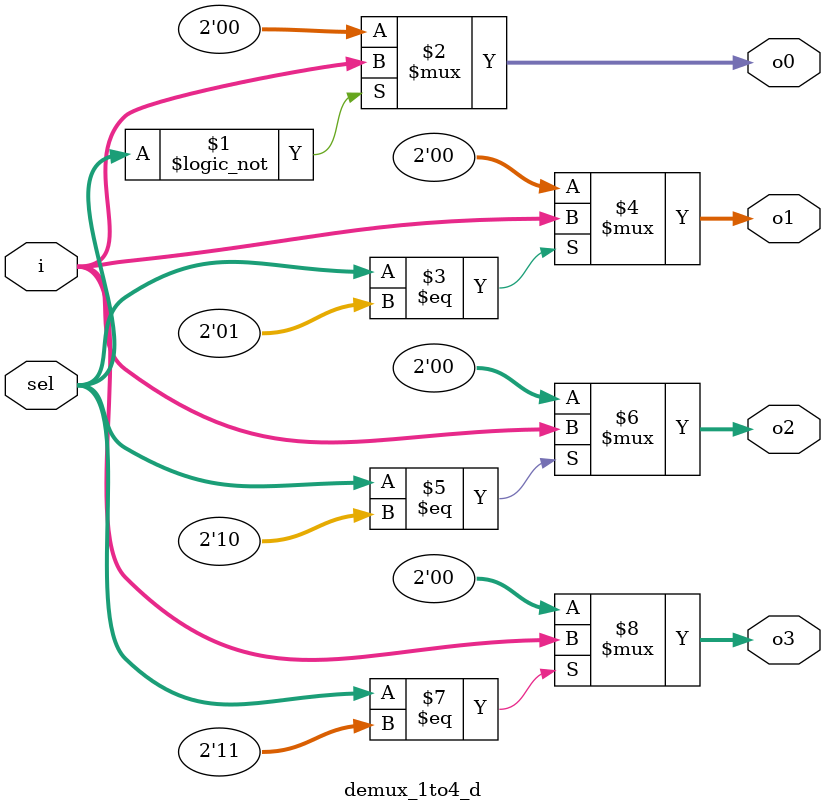
<source format=v>
module demux_1to4_d #(parameter width = 2)(
    input wire [width-1:0] i,
    input wire [1:0] sel,
    output [width-1:0] o0,
    output [width-1:0] o1,
    output [width-1:0] o2,
    output [width-1:0] o3
);

    assign o0 = (sel == 2'b00) ? i : {width{1'b0}};
    assign o1 = (sel == 2'b01) ? i : {width{1'b0}};
    assign o2 = (sel == 2'b10) ? i : {width{1'b0}};
    assign o3 = (sel == 2'b11) ? i : {width{1'b0}};

endmodule

</source>
